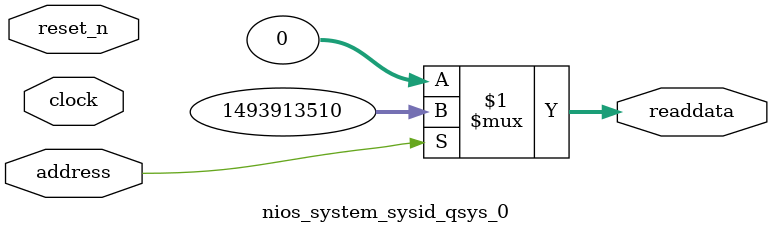
<source format=v>

`timescale 1ns / 1ps
// synthesis translate_on

// turn off superfluous verilog processor warnings 
// altera message_level Level1 
// altera message_off 10034 10035 10036 10037 10230 10240 10030 

module nios_system_sysid_qsys_0 (
               // inputs:
                address,
                clock,
                reset_n,

               // outputs:
                readdata
             )
;

  output  [ 31: 0] readdata;
  input            address;
  input            clock;
  input            reset_n;

  wire    [ 31: 0] readdata;
  //control_slave, which is an e_avalon_slave
  assign readdata = address ? 1493913510 : 0;

endmodule




</source>
